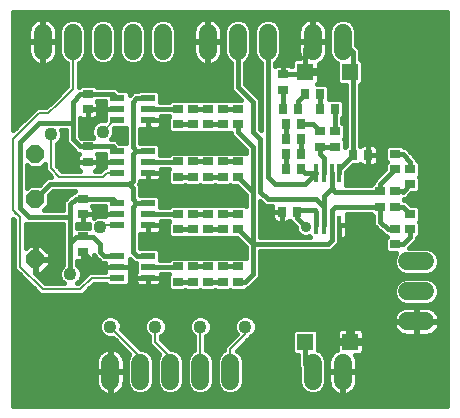
<source format=gbl>
G75*
%MOIN*%
%OFA0B0*%
%FSLAX25Y25*%
%IPPOS*%
%LPD*%
%AMOC8*
5,1,8,0,0,1.08239X$1,22.5*
%
%ADD10C,0.06000*%
%ADD11R,0.05512X0.05512*%
%ADD12OC8,0.06000*%
%ADD13R,0.01700X0.05900*%
%ADD14R,0.02756X0.03543*%
%ADD15R,0.03543X0.02756*%
%ADD16R,0.05000X0.02200*%
%ADD17C,0.01575*%
%ADD18C,0.04362*%
%ADD19C,0.03575*%
%ADD20C,0.00787*%
D10*
X0103871Y0075871D02*
X0103871Y0081871D01*
X0113871Y0081871D02*
X0113871Y0075871D01*
X0123871Y0075871D02*
X0123871Y0081871D01*
X0133871Y0081871D02*
X0133871Y0075871D01*
X0143871Y0075871D02*
X0143871Y0081871D01*
X0171371Y0081871D02*
X0171371Y0075871D01*
X0181371Y0075871D02*
X0181371Y0081871D01*
X0202898Y0095623D02*
X0208898Y0095623D01*
X0208898Y0105623D02*
X0202898Y0105623D01*
X0202898Y0115623D02*
X0208898Y0115623D01*
X0181371Y0185871D02*
X0181371Y0191871D01*
X0171371Y0191871D02*
X0171371Y0185871D01*
X0156371Y0185871D02*
X0156371Y0191871D01*
X0146371Y0191871D02*
X0146371Y0185871D01*
X0136371Y0185871D02*
X0136371Y0191871D01*
X0121371Y0191871D02*
X0121371Y0185871D01*
X0111371Y0185871D02*
X0111371Y0191871D01*
X0101371Y0191871D02*
X0101371Y0185871D01*
X0091371Y0185871D02*
X0091371Y0191871D01*
X0081371Y0191871D02*
X0081371Y0185871D01*
D11*
X0168890Y0178871D03*
X0183851Y0178871D03*
X0183851Y0088871D03*
X0168890Y0088871D03*
D12*
X0078871Y0116371D03*
X0078871Y0136371D03*
X0078871Y0151371D03*
D13*
X0172571Y0144971D03*
X0175071Y0144971D03*
X0177671Y0144971D03*
X0180171Y0144971D03*
X0180171Y0127771D03*
X0177671Y0127771D03*
X0175071Y0127771D03*
X0172571Y0127771D03*
D14*
X0166174Y0132138D03*
X0161056Y0132138D03*
X0162312Y0146371D03*
X0162312Y0151371D03*
X0162312Y0156371D03*
X0162312Y0161371D03*
X0161312Y0166371D03*
X0166430Y0166371D03*
X0168812Y0171371D03*
X0173930Y0171371D03*
X0173812Y0166371D03*
X0178930Y0166371D03*
X0167430Y0161371D03*
X0167430Y0156371D03*
X0167430Y0151371D03*
X0167430Y0146371D03*
X0184812Y0151121D03*
X0189930Y0151121D03*
D15*
X0198871Y0151430D03*
X0198871Y0146312D03*
X0203871Y0146430D03*
X0203871Y0141312D03*
X0198871Y0138930D03*
X0193871Y0138930D03*
X0193871Y0133812D03*
X0198871Y0133812D03*
X0203871Y0131430D03*
X0203871Y0126312D03*
X0198871Y0126430D03*
X0198871Y0121312D03*
X0178871Y0153812D03*
X0173871Y0153812D03*
X0173871Y0158930D03*
X0178871Y0158930D03*
X0161371Y0172812D03*
X0161371Y0177930D03*
X0146371Y0166430D03*
X0141371Y0166430D03*
X0136371Y0166430D03*
X0131371Y0166430D03*
X0126371Y0166430D03*
X0126371Y0161312D03*
X0131371Y0161312D03*
X0136371Y0161312D03*
X0141371Y0161312D03*
X0146371Y0161312D03*
X0146371Y0148930D03*
X0141371Y0148930D03*
X0136371Y0148930D03*
X0131371Y0148930D03*
X0126371Y0148930D03*
X0126371Y0143812D03*
X0131371Y0143812D03*
X0136371Y0143812D03*
X0141371Y0143812D03*
X0146371Y0143812D03*
X0146371Y0131430D03*
X0141371Y0131430D03*
X0136371Y0131430D03*
X0131371Y0131430D03*
X0126371Y0131430D03*
X0126371Y0126312D03*
X0131371Y0126312D03*
X0136371Y0126312D03*
X0141371Y0126312D03*
X0146371Y0126312D03*
X0146371Y0113930D03*
X0141371Y0113930D03*
X0136371Y0113930D03*
X0131371Y0113930D03*
X0126371Y0113930D03*
X0126371Y0108812D03*
X0131371Y0108812D03*
X0136371Y0108812D03*
X0141371Y0108812D03*
X0146371Y0108812D03*
X0096371Y0148812D03*
X0096371Y0153930D03*
X0096371Y0166312D03*
X0096371Y0171430D03*
X0094796Y0136430D03*
X0094796Y0131312D03*
X0094796Y0123930D03*
X0094796Y0118812D03*
D16*
X0106271Y0117571D03*
X0106271Y0113871D03*
X0106271Y0110171D03*
X0116471Y0110171D03*
X0116471Y0113871D03*
X0116471Y0117571D03*
X0116471Y0127671D03*
X0116471Y0131371D03*
X0116471Y0135071D03*
X0106271Y0135071D03*
X0106271Y0131371D03*
X0106271Y0127671D03*
X0106271Y0145171D03*
X0106271Y0148871D03*
X0106271Y0152571D03*
X0106271Y0162671D03*
X0106271Y0166371D03*
X0106271Y0170071D03*
X0116471Y0170071D03*
X0116471Y0166371D03*
X0116471Y0162671D03*
X0116471Y0152571D03*
X0116471Y0148871D03*
X0116471Y0145171D03*
D17*
X0071564Y0129673D02*
X0071564Y0067528D01*
X0216020Y0067528D01*
X0216020Y0198599D01*
X0071564Y0198599D01*
X0071564Y0159288D01*
X0078044Y0165769D01*
X0079197Y0166922D01*
X0082347Y0166922D01*
X0084343Y0168918D01*
X0089402Y0173977D01*
X0089402Y0181734D01*
X0088779Y0181992D01*
X0087492Y0183279D01*
X0086796Y0184961D01*
X0086796Y0192781D01*
X0087492Y0194462D01*
X0088779Y0195749D01*
X0090461Y0196445D01*
X0092281Y0196445D01*
X0093962Y0195749D01*
X0095249Y0194462D01*
X0095945Y0192781D01*
X0095945Y0184961D01*
X0095249Y0183279D01*
X0093962Y0181992D01*
X0093339Y0181734D01*
X0093339Y0173775D01*
X0093947Y0174382D01*
X0098795Y0174382D01*
X0099385Y0173792D01*
X0105890Y0173792D01*
X0106936Y0172745D01*
X0109423Y0172745D01*
X0110345Y0171823D01*
X0110345Y0171186D01*
X0110392Y0171233D01*
X0111592Y0172433D01*
X0113006Y0172433D01*
X0113318Y0172745D01*
X0119623Y0172745D01*
X0120545Y0171823D01*
X0120545Y0168792D01*
X0123356Y0168792D01*
X0123947Y0169382D01*
X0128795Y0169382D01*
X0128871Y0169306D01*
X0128947Y0169382D01*
X0133795Y0169382D01*
X0133871Y0169306D01*
X0133947Y0169382D01*
X0138795Y0169382D01*
X0138871Y0169306D01*
X0138947Y0169382D01*
X0143795Y0169382D01*
X0143871Y0169306D01*
X0143947Y0169382D01*
X0147518Y0169382D01*
X0144008Y0172892D01*
X0144008Y0181897D01*
X0143779Y0181992D01*
X0142492Y0183279D01*
X0141796Y0184961D01*
X0141796Y0192781D01*
X0142492Y0194462D01*
X0143779Y0195749D01*
X0145461Y0196445D01*
X0147281Y0196445D01*
X0148962Y0195749D01*
X0150249Y0194462D01*
X0150945Y0192781D01*
X0150945Y0184961D01*
X0150249Y0183279D01*
X0148962Y0181992D01*
X0148733Y0181897D01*
X0148733Y0174849D01*
X0152349Y0171233D01*
X0153733Y0169849D01*
X0153733Y0159849D01*
X0154008Y0159573D01*
X0154008Y0181897D01*
X0153779Y0181992D01*
X0152492Y0183279D01*
X0151796Y0184961D01*
X0151796Y0192781D01*
X0152492Y0194462D01*
X0153779Y0195749D01*
X0155461Y0196445D01*
X0157281Y0196445D01*
X0158962Y0195749D01*
X0160249Y0194462D01*
X0160945Y0192781D01*
X0160945Y0184961D01*
X0160249Y0183279D01*
X0158962Y0181992D01*
X0158733Y0181897D01*
X0158733Y0180871D01*
X0158909Y0180973D01*
X0159364Y0181095D01*
X0161371Y0181095D01*
X0161371Y0177930D01*
X0161371Y0177930D01*
X0161371Y0181095D01*
X0163378Y0181095D01*
X0163832Y0180973D01*
X0164240Y0180738D01*
X0164347Y0180631D01*
X0164347Y0181862D01*
X0164469Y0182316D01*
X0164704Y0182724D01*
X0165037Y0183057D01*
X0165444Y0183292D01*
X0165899Y0183414D01*
X0167249Y0183414D01*
X0166934Y0184033D01*
X0166701Y0184750D01*
X0166583Y0185494D01*
X0166583Y0188658D01*
X0171158Y0188658D01*
X0171158Y0189083D01*
X0166583Y0189083D01*
X0166583Y0192247D01*
X0166701Y0192992D01*
X0166934Y0193708D01*
X0167276Y0194380D01*
X0167719Y0194989D01*
X0168252Y0195522D01*
X0168861Y0195965D01*
X0169533Y0196307D01*
X0170250Y0196540D01*
X0170994Y0196658D01*
X0171158Y0196658D01*
X0171158Y0189083D01*
X0171583Y0189083D01*
X0171583Y0196658D01*
X0171747Y0196658D01*
X0172492Y0196540D01*
X0173208Y0196307D01*
X0173880Y0195965D01*
X0174489Y0195522D01*
X0175022Y0194989D01*
X0175465Y0194380D01*
X0175807Y0193708D01*
X0176040Y0192992D01*
X0176158Y0192247D01*
X0176158Y0189083D01*
X0171583Y0189083D01*
X0171583Y0188658D01*
X0176158Y0188658D01*
X0176158Y0185494D01*
X0176040Y0184750D01*
X0175807Y0184033D01*
X0175465Y0183361D01*
X0175022Y0182752D01*
X0174489Y0182219D01*
X0173880Y0181776D01*
X0173434Y0181549D01*
X0173434Y0179461D01*
X0169481Y0179461D01*
X0169481Y0178280D01*
X0173434Y0178280D01*
X0173434Y0175879D01*
X0173312Y0175425D01*
X0173076Y0175017D01*
X0172776Y0174717D01*
X0175960Y0174717D01*
X0176882Y0173795D01*
X0176882Y0169700D01*
X0176899Y0169717D01*
X0180960Y0169717D01*
X0181882Y0168795D01*
X0181882Y0163947D01*
X0181233Y0163297D01*
X0181233Y0161882D01*
X0181295Y0161882D01*
X0182217Y0160960D01*
X0182217Y0156899D01*
X0181688Y0156371D01*
X0182217Y0155842D01*
X0182217Y0153903D01*
X0182449Y0154135D01*
X0182449Y0174540D01*
X0180443Y0174540D01*
X0179520Y0175462D01*
X0179520Y0181685D01*
X0178779Y0181992D01*
X0177492Y0183279D01*
X0176796Y0184961D01*
X0176796Y0192781D01*
X0177492Y0194462D01*
X0178779Y0195749D01*
X0180461Y0196445D01*
X0182281Y0196445D01*
X0183962Y0195749D01*
X0185249Y0194462D01*
X0185945Y0192781D01*
X0185945Y0187636D01*
X0187174Y0186408D01*
X0187174Y0183201D01*
X0187259Y0183201D01*
X0188182Y0182279D01*
X0188182Y0175462D01*
X0187259Y0174540D01*
X0187174Y0174540D01*
X0187174Y0154135D01*
X0187220Y0154089D01*
X0187454Y0154323D01*
X0187862Y0154558D01*
X0188316Y0154680D01*
X0189930Y0154680D01*
X0189930Y0151121D01*
X0189930Y0151121D01*
X0193095Y0151121D01*
X0193095Y0153128D01*
X0192973Y0153582D01*
X0192738Y0153990D01*
X0192405Y0154323D01*
X0191998Y0154558D01*
X0191543Y0154680D01*
X0189930Y0154680D01*
X0189930Y0151121D01*
X0189930Y0151121D01*
X0193095Y0151121D01*
X0193095Y0149114D01*
X0192973Y0148659D01*
X0192738Y0148251D01*
X0192405Y0147919D01*
X0191998Y0147683D01*
X0191543Y0147562D01*
X0189930Y0147562D01*
X0189930Y0151120D01*
X0189930Y0151120D01*
X0189930Y0147562D01*
X0188316Y0147562D01*
X0187862Y0147683D01*
X0187454Y0147919D01*
X0187220Y0148153D01*
X0186842Y0147774D01*
X0184806Y0147774D01*
X0182595Y0145564D01*
X0182595Y0141368D01*
X0182460Y0141233D01*
X0190797Y0141233D01*
X0191447Y0141882D01*
X0191508Y0141882D01*
X0191508Y0142290D01*
X0195524Y0146306D01*
X0195524Y0148342D01*
X0196053Y0148871D01*
X0195524Y0149399D01*
X0195524Y0153460D01*
X0196447Y0154382D01*
X0201295Y0154382D01*
X0201944Y0153733D01*
X0202349Y0153733D01*
X0203733Y0152349D01*
X0206233Y0149849D01*
X0206233Y0149382D01*
X0206295Y0149382D01*
X0207217Y0148460D01*
X0207217Y0144399D01*
X0206688Y0143871D01*
X0207217Y0143342D01*
X0207217Y0139281D01*
X0206295Y0138359D01*
X0204259Y0138359D01*
X0202408Y0136508D01*
X0201826Y0136508D01*
X0201688Y0136371D01*
X0201826Y0136233D01*
X0202349Y0136233D01*
X0203733Y0134849D01*
X0204199Y0134382D01*
X0206295Y0134382D01*
X0207217Y0133460D01*
X0207217Y0129399D01*
X0206688Y0128871D01*
X0207217Y0128342D01*
X0207217Y0124281D01*
X0206295Y0123359D01*
X0206233Y0123359D01*
X0206233Y0122892D01*
X0204849Y0121508D01*
X0203538Y0120197D01*
X0209808Y0120197D01*
X0211490Y0119501D01*
X0212776Y0118214D01*
X0213473Y0116533D01*
X0213473Y0114713D01*
X0212776Y0113031D01*
X0211490Y0111744D01*
X0209808Y0111048D01*
X0201988Y0111048D01*
X0200307Y0111744D01*
X0199020Y0113031D01*
X0198323Y0114713D01*
X0198323Y0116533D01*
X0199020Y0118214D01*
X0199165Y0118359D01*
X0196447Y0118359D01*
X0195524Y0119281D01*
X0195524Y0123342D01*
X0196053Y0123871D01*
X0195915Y0124008D01*
X0195392Y0124008D01*
X0191508Y0127892D01*
X0191508Y0130859D01*
X0191447Y0130859D01*
X0190797Y0131508D01*
X0182630Y0131508D01*
X0182686Y0131411D01*
X0182808Y0130956D01*
X0182808Y0127771D01*
X0180171Y0127771D01*
X0180171Y0127771D01*
X0182808Y0127771D01*
X0182808Y0124585D01*
X0182686Y0124131D01*
X0182451Y0123723D01*
X0182118Y0123390D01*
X0181711Y0123155D01*
X0181256Y0123033D01*
X0180171Y0123033D01*
X0180171Y0127770D01*
X0180171Y0127770D01*
X0180171Y0123033D01*
X0180033Y0123033D01*
X0180033Y0121692D01*
X0178733Y0120392D01*
X0177349Y0119008D01*
X0153733Y0119008D01*
X0153733Y0110392D01*
X0149790Y0106449D01*
X0149385Y0106449D01*
X0148795Y0105859D01*
X0143947Y0105859D01*
X0143871Y0105935D01*
X0143795Y0105859D01*
X0138947Y0105859D01*
X0138871Y0105935D01*
X0138795Y0105859D01*
X0133947Y0105859D01*
X0133871Y0105935D01*
X0133795Y0105859D01*
X0128947Y0105859D01*
X0128871Y0105935D01*
X0128795Y0105859D01*
X0123947Y0105859D01*
X0123024Y0106781D01*
X0123024Y0110842D01*
X0123553Y0111371D01*
X0123415Y0111508D01*
X0120757Y0111508D01*
X0120758Y0111506D01*
X0120758Y0110171D01*
X0116471Y0110171D01*
X0116471Y0110171D01*
X0120758Y0110171D01*
X0120758Y0108835D01*
X0120636Y0108381D01*
X0120401Y0107973D01*
X0120068Y0107640D01*
X0119661Y0107405D01*
X0119206Y0107283D01*
X0116471Y0107283D01*
X0116471Y0110170D01*
X0116471Y0110170D01*
X0116471Y0107283D01*
X0113735Y0107283D01*
X0113281Y0107405D01*
X0112873Y0107640D01*
X0112540Y0107973D01*
X0112305Y0108381D01*
X0112183Y0108835D01*
X0112183Y0110171D01*
X0116470Y0110171D01*
X0116470Y0110171D01*
X0112183Y0110171D01*
X0112183Y0111506D01*
X0112305Y0111961D01*
X0112396Y0112118D01*
X0112396Y0112118D01*
X0112396Y0115208D01*
X0111692Y0115208D01*
X0110392Y0116508D01*
X0110345Y0116555D01*
X0110345Y0115818D01*
X0110345Y0115818D01*
X0110436Y0115661D01*
X0110558Y0115206D01*
X0110558Y0113871D01*
X0106271Y0113871D01*
X0106271Y0113871D01*
X0110558Y0113871D01*
X0110558Y0112535D01*
X0110436Y0112081D01*
X0110345Y0111923D01*
X0110345Y0111923D01*
X0110345Y0108418D01*
X0109423Y0107496D01*
X0103118Y0107496D01*
X0102412Y0108202D01*
X0098486Y0108202D01*
X0095839Y0105555D01*
X0094686Y0104402D01*
X0080555Y0104402D01*
X0073055Y0111902D01*
X0071902Y0113055D01*
X0071902Y0129335D01*
X0071564Y0129673D01*
X0071564Y0128636D02*
X0071902Y0128636D01*
X0071902Y0127063D02*
X0071564Y0127063D01*
X0071564Y0125489D02*
X0071902Y0125489D01*
X0071902Y0123916D02*
X0071564Y0123916D01*
X0071564Y0122343D02*
X0071902Y0122343D01*
X0071902Y0120769D02*
X0071564Y0120769D01*
X0071564Y0119196D02*
X0071902Y0119196D01*
X0071902Y0117623D02*
X0071564Y0117623D01*
X0071564Y0116050D02*
X0071902Y0116050D01*
X0071902Y0114476D02*
X0071564Y0114476D01*
X0071564Y0112903D02*
X0072054Y0112903D01*
X0071564Y0111330D02*
X0073628Y0111330D01*
X0075201Y0109756D02*
X0071564Y0109756D01*
X0071564Y0108183D02*
X0076774Y0108183D01*
X0078348Y0106610D02*
X0071564Y0106610D01*
X0071564Y0105036D02*
X0079921Y0105036D01*
X0082186Y0108339D02*
X0078658Y0111867D01*
X0078658Y0116158D01*
X0079083Y0116158D01*
X0079083Y0111583D01*
X0080854Y0111583D01*
X0083658Y0114388D01*
X0083658Y0116158D01*
X0079083Y0116158D01*
X0079083Y0116583D01*
X0078658Y0116583D01*
X0078658Y0121158D01*
X0076888Y0121158D01*
X0075839Y0120109D01*
X0075839Y0127991D01*
X0075884Y0127945D01*
X0088221Y0127945D01*
X0088221Y0114320D01*
X0087399Y0113498D01*
X0086827Y0112118D01*
X0086827Y0110623D01*
X0087399Y0109243D01*
X0088303Y0108339D01*
X0082186Y0108339D01*
X0080769Y0109756D02*
X0087187Y0109756D01*
X0086827Y0111330D02*
X0079195Y0111330D01*
X0079083Y0112903D02*
X0078658Y0112903D01*
X0078658Y0114476D02*
X0079083Y0114476D01*
X0079083Y0116050D02*
X0078658Y0116050D01*
X0079083Y0116583D02*
X0083658Y0116583D01*
X0083658Y0118354D01*
X0080854Y0121158D01*
X0079083Y0121158D01*
X0079083Y0116583D01*
X0079083Y0117623D02*
X0078658Y0117623D01*
X0078658Y0119196D02*
X0079083Y0119196D01*
X0079083Y0120769D02*
X0078658Y0120769D01*
X0076499Y0120769D02*
X0075839Y0120769D01*
X0075839Y0122343D02*
X0088221Y0122343D01*
X0088221Y0123916D02*
X0075839Y0123916D01*
X0075839Y0125489D02*
X0088221Y0125489D01*
X0088221Y0127063D02*
X0075839Y0127063D01*
X0076863Y0130308D02*
X0090583Y0130308D01*
X0090583Y0120859D01*
X0090583Y0121843D01*
X0092611Y0123871D01*
X0094737Y0123871D01*
X0098083Y0123871D01*
X0100583Y0121371D01*
X0100583Y0118871D01*
X0101883Y0117571D01*
X0106271Y0117571D01*
X0110345Y0116050D02*
X0110851Y0116050D01*
X0110558Y0114476D02*
X0112396Y0114476D01*
X0112396Y0112903D02*
X0110558Y0112903D01*
X0110345Y0111330D02*
X0112183Y0111330D01*
X0112183Y0109756D02*
X0110345Y0109756D01*
X0110110Y0108183D02*
X0112419Y0108183D01*
X0116471Y0108183D02*
X0116471Y0108183D01*
X0116471Y0109756D02*
X0116471Y0109756D01*
X0116471Y0113871D02*
X0126312Y0113871D01*
X0126371Y0113930D01*
X0128871Y0116806D02*
X0128795Y0116882D01*
X0123947Y0116882D01*
X0123297Y0116233D01*
X0120545Y0116233D01*
X0120545Y0119323D01*
X0119623Y0120245D01*
X0113733Y0120245D01*
X0113733Y0124784D01*
X0113735Y0124783D01*
X0116471Y0124783D01*
X0119206Y0124783D01*
X0119661Y0124905D01*
X0120068Y0125140D01*
X0120401Y0125473D01*
X0120636Y0125881D01*
X0120758Y0126335D01*
X0120758Y0127671D01*
X0120758Y0129006D01*
X0120757Y0129008D01*
X0123415Y0129008D01*
X0123553Y0128871D01*
X0123024Y0128342D01*
X0123024Y0124281D01*
X0123947Y0123359D01*
X0128795Y0123359D01*
X0128871Y0123435D01*
X0128947Y0123359D01*
X0133795Y0123359D01*
X0133871Y0123435D01*
X0133947Y0123359D01*
X0138795Y0123359D01*
X0138871Y0123435D01*
X0138947Y0123359D01*
X0143795Y0123359D01*
X0143871Y0123435D01*
X0143947Y0123359D01*
X0146042Y0123359D01*
X0149008Y0120392D01*
X0149008Y0116669D01*
X0148795Y0116882D01*
X0143947Y0116882D01*
X0143871Y0116806D01*
X0143795Y0116882D01*
X0138947Y0116882D01*
X0138871Y0116806D01*
X0138795Y0116882D01*
X0133947Y0116882D01*
X0133871Y0116806D01*
X0133795Y0116882D01*
X0128947Y0116882D01*
X0128871Y0116806D01*
X0131371Y0113930D02*
X0136371Y0113930D01*
X0141371Y0113930D02*
X0146371Y0113930D01*
X0149008Y0117623D02*
X0120545Y0117623D01*
X0120545Y0119196D02*
X0149008Y0119196D01*
X0148631Y0120769D02*
X0113733Y0120769D01*
X0113733Y0122343D02*
X0147058Y0122343D01*
X0146430Y0126312D02*
X0151371Y0121371D01*
X0176371Y0121371D01*
X0177671Y0122671D01*
X0177671Y0127771D01*
X0177671Y0132671D01*
X0178871Y0133871D01*
X0193812Y0133871D01*
X0193871Y0133812D01*
X0193871Y0128871D01*
X0196371Y0126371D01*
X0198812Y0126371D01*
X0198871Y0126430D01*
X0196007Y0123916D02*
X0182562Y0123916D01*
X0182808Y0125489D02*
X0193911Y0125489D01*
X0192338Y0127063D02*
X0182808Y0127063D01*
X0182808Y0128636D02*
X0191508Y0128636D01*
X0191508Y0130209D02*
X0182808Y0130209D01*
X0180171Y0127771D02*
X0180171Y0121488D01*
X0180800Y0120859D01*
X0183851Y0117808D01*
X0183851Y0116922D01*
X0183851Y0088871D01*
X0184442Y0089303D02*
X0216020Y0089303D01*
X0216020Y0087730D02*
X0188394Y0087730D01*
X0188394Y0088280D02*
X0184442Y0088280D01*
X0184442Y0089461D01*
X0188394Y0089461D01*
X0188394Y0091862D01*
X0188272Y0092316D01*
X0188037Y0092724D01*
X0187704Y0093057D01*
X0187297Y0093292D01*
X0186842Y0093414D01*
X0184441Y0093414D01*
X0184441Y0089461D01*
X0183260Y0089461D01*
X0183260Y0088280D01*
X0179308Y0088280D01*
X0179308Y0086192D01*
X0178861Y0085965D01*
X0178252Y0085522D01*
X0177719Y0084989D01*
X0177276Y0084380D01*
X0176934Y0083708D01*
X0176701Y0082992D01*
X0176583Y0082247D01*
X0176583Y0079083D01*
X0181158Y0079083D01*
X0181158Y0078658D01*
X0181583Y0078658D01*
X0181583Y0071083D01*
X0181747Y0071083D01*
X0182492Y0071201D01*
X0183208Y0071434D01*
X0183880Y0071776D01*
X0184489Y0072219D01*
X0185022Y0072752D01*
X0185465Y0073361D01*
X0185807Y0074033D01*
X0186040Y0074750D01*
X0186158Y0075494D01*
X0186158Y0078658D01*
X0181583Y0078658D01*
X0181583Y0079083D01*
X0186158Y0079083D01*
X0186158Y0082247D01*
X0186040Y0082992D01*
X0185807Y0083708D01*
X0185492Y0084327D01*
X0186842Y0084327D01*
X0187297Y0084449D01*
X0187704Y0084684D01*
X0188037Y0085017D01*
X0188272Y0085425D01*
X0188394Y0085879D01*
X0188394Y0088280D01*
X0188394Y0086157D02*
X0216020Y0086157D01*
X0216020Y0084583D02*
X0187529Y0084583D01*
X0186034Y0083010D02*
X0216020Y0083010D01*
X0216020Y0081437D02*
X0186158Y0081437D01*
X0186158Y0079863D02*
X0216020Y0079863D01*
X0216020Y0078290D02*
X0186158Y0078290D01*
X0186158Y0076717D02*
X0216020Y0076717D01*
X0216020Y0075143D02*
X0186102Y0075143D01*
X0185571Y0073570D02*
X0216020Y0073570D01*
X0216020Y0071997D02*
X0184183Y0071997D01*
X0181583Y0071997D02*
X0181158Y0071997D01*
X0181158Y0071083D02*
X0181158Y0078658D01*
X0176583Y0078658D01*
X0176583Y0075494D01*
X0176701Y0074750D01*
X0176934Y0074033D01*
X0177276Y0073361D01*
X0177719Y0072752D01*
X0178252Y0072219D01*
X0178861Y0071776D01*
X0179533Y0071434D01*
X0180250Y0071201D01*
X0180994Y0071083D01*
X0181158Y0071083D01*
X0181158Y0073570D02*
X0181583Y0073570D01*
X0181583Y0075143D02*
X0181158Y0075143D01*
X0181158Y0076717D02*
X0181583Y0076717D01*
X0181583Y0078290D02*
X0181158Y0078290D01*
X0176583Y0078290D02*
X0175945Y0078290D01*
X0175945Y0079863D02*
X0176583Y0079863D01*
X0176583Y0081437D02*
X0175945Y0081437D01*
X0175945Y0082781D02*
X0175249Y0084462D01*
X0173962Y0085749D01*
X0173221Y0086056D01*
X0173221Y0092279D01*
X0172298Y0093201D01*
X0165482Y0093201D01*
X0164560Y0092279D01*
X0164560Y0085462D01*
X0165482Y0084540D01*
X0166528Y0084540D01*
X0166528Y0080372D01*
X0166796Y0080105D01*
X0166796Y0074961D01*
X0167492Y0073279D01*
X0168779Y0071992D01*
X0170461Y0071296D01*
X0172281Y0071296D01*
X0173962Y0071992D01*
X0175249Y0073279D01*
X0175945Y0074961D01*
X0175945Y0082781D01*
X0175850Y0083010D02*
X0176707Y0083010D01*
X0177424Y0084583D02*
X0175128Y0084583D01*
X0173221Y0086157D02*
X0179237Y0086157D01*
X0179308Y0087730D02*
X0173221Y0087730D01*
X0173221Y0089303D02*
X0183260Y0089303D01*
X0183260Y0089461D02*
X0179308Y0089461D01*
X0179308Y0091862D01*
X0179429Y0092316D01*
X0179665Y0092724D01*
X0179998Y0093057D01*
X0180405Y0093292D01*
X0180860Y0093414D01*
X0183260Y0093414D01*
X0183260Y0089461D01*
X0183260Y0090877D02*
X0184441Y0090877D01*
X0184441Y0092450D02*
X0183260Y0092450D01*
X0179506Y0092450D02*
X0173050Y0092450D01*
X0173221Y0090877D02*
X0179308Y0090877D01*
X0188195Y0092450D02*
X0199301Y0092450D01*
X0199247Y0092504D02*
X0199779Y0091971D01*
X0200389Y0091528D01*
X0201060Y0091186D01*
X0201777Y0090953D01*
X0202521Y0090835D01*
X0205686Y0090835D01*
X0205686Y0095410D01*
X0206111Y0095410D01*
X0206111Y0095835D01*
X0213686Y0095835D01*
X0213686Y0095999D01*
X0213568Y0096744D01*
X0213335Y0097460D01*
X0212993Y0098132D01*
X0212550Y0098741D01*
X0212017Y0099274D01*
X0211407Y0099717D01*
X0210736Y0100059D01*
X0210019Y0100292D01*
X0209275Y0100410D01*
X0206111Y0100410D01*
X0206111Y0095835D01*
X0205686Y0095835D01*
X0205686Y0100410D01*
X0202521Y0100410D01*
X0201777Y0100292D01*
X0201060Y0100059D01*
X0200389Y0099717D01*
X0199779Y0099274D01*
X0199247Y0098741D01*
X0198804Y0098132D01*
X0198462Y0097460D01*
X0198229Y0096744D01*
X0198111Y0095999D01*
X0198111Y0095835D01*
X0205685Y0095835D01*
X0205685Y0095410D01*
X0198111Y0095410D01*
X0198111Y0095246D01*
X0198229Y0094502D01*
X0198462Y0093785D01*
X0198804Y0093113D01*
X0199247Y0092504D01*
X0198384Y0094023D02*
X0152627Y0094023D01*
X0152627Y0094618D02*
X0152055Y0095998D01*
X0150998Y0097055D01*
X0149618Y0097627D01*
X0148123Y0097627D01*
X0146743Y0097055D01*
X0145687Y0095998D01*
X0145115Y0094618D01*
X0145115Y0093123D01*
X0145687Y0091743D01*
X0146073Y0091357D01*
X0143055Y0088339D01*
X0141902Y0087186D01*
X0141902Y0086007D01*
X0141279Y0085749D01*
X0139992Y0084462D01*
X0139296Y0082781D01*
X0139296Y0074961D01*
X0139992Y0073279D01*
X0141279Y0071992D01*
X0142961Y0071296D01*
X0144781Y0071296D01*
X0146462Y0071992D01*
X0147749Y0073279D01*
X0148445Y0074961D01*
X0148445Y0082781D01*
X0147749Y0084462D01*
X0146462Y0085749D01*
X0146159Y0085875D01*
X0150839Y0090555D01*
X0150839Y0090621D01*
X0150998Y0090687D01*
X0152055Y0091743D01*
X0152627Y0093123D01*
X0152627Y0094618D01*
X0152221Y0095596D02*
X0205685Y0095596D01*
X0206111Y0095596D02*
X0216020Y0095596D01*
X0216020Y0094023D02*
X0213412Y0094023D01*
X0213335Y0093785D02*
X0213568Y0094502D01*
X0213686Y0095246D01*
X0213686Y0095410D01*
X0206111Y0095410D01*
X0206111Y0090835D01*
X0209275Y0090835D01*
X0210019Y0090953D01*
X0210736Y0091186D01*
X0211407Y0091528D01*
X0212017Y0091971D01*
X0212550Y0092504D01*
X0212993Y0093113D01*
X0213335Y0093785D01*
X0212496Y0092450D02*
X0216020Y0092450D01*
X0216020Y0090877D02*
X0209536Y0090877D01*
X0206111Y0090877D02*
X0205686Y0090877D01*
X0205686Y0092450D02*
X0206111Y0092450D01*
X0206111Y0094023D02*
X0205686Y0094023D01*
X0205686Y0097170D02*
X0206111Y0097170D01*
X0206111Y0098743D02*
X0205686Y0098743D01*
X0205686Y0100316D02*
X0206111Y0100316D01*
X0209866Y0100316D02*
X0216020Y0100316D01*
X0216020Y0098743D02*
X0212548Y0098743D01*
X0213429Y0097170D02*
X0216020Y0097170D01*
X0216020Y0101890D02*
X0211635Y0101890D01*
X0211490Y0101744D02*
X0212776Y0103031D01*
X0213473Y0104713D01*
X0213473Y0106533D01*
X0212776Y0108214D01*
X0211490Y0109501D01*
X0209808Y0110197D01*
X0201988Y0110197D01*
X0200307Y0109501D01*
X0199020Y0108214D01*
X0198323Y0106533D01*
X0198323Y0104713D01*
X0199020Y0103031D01*
X0200307Y0101744D01*
X0201988Y0101048D01*
X0209808Y0101048D01*
X0211490Y0101744D01*
X0212955Y0103463D02*
X0216020Y0103463D01*
X0216020Y0105036D02*
X0213473Y0105036D01*
X0213441Y0106610D02*
X0216020Y0106610D01*
X0216020Y0108183D02*
X0212789Y0108183D01*
X0210873Y0109756D02*
X0216020Y0109756D01*
X0216020Y0111330D02*
X0210489Y0111330D01*
X0212648Y0112903D02*
X0216020Y0112903D01*
X0216020Y0114476D02*
X0213375Y0114476D01*
X0213473Y0116050D02*
X0216020Y0116050D01*
X0216020Y0117623D02*
X0213021Y0117623D01*
X0211794Y0119196D02*
X0216020Y0119196D01*
X0216020Y0120769D02*
X0204110Y0120769D01*
X0205683Y0122343D02*
X0216020Y0122343D01*
X0216020Y0123916D02*
X0206852Y0123916D01*
X0207217Y0125489D02*
X0216020Y0125489D01*
X0216020Y0127063D02*
X0207217Y0127063D01*
X0206923Y0128636D02*
X0216020Y0128636D01*
X0216020Y0130209D02*
X0207217Y0130209D01*
X0207217Y0131783D02*
X0216020Y0131783D01*
X0216020Y0133356D02*
X0207217Y0133356D01*
X0203871Y0131430D02*
X0203812Y0131430D01*
X0201371Y0133871D01*
X0198930Y0133871D01*
X0198871Y0133812D01*
X0201820Y0136503D02*
X0216020Y0136503D01*
X0216020Y0138076D02*
X0203976Y0138076D01*
X0201430Y0138871D02*
X0203871Y0141312D01*
X0207217Y0141223D02*
X0216020Y0141223D01*
X0216020Y0142796D02*
X0207217Y0142796D01*
X0207187Y0144369D02*
X0216020Y0144369D01*
X0216020Y0145943D02*
X0207217Y0145943D01*
X0207217Y0147516D02*
X0216020Y0147516D01*
X0216020Y0149089D02*
X0206588Y0149089D01*
X0205419Y0150662D02*
X0216020Y0150662D01*
X0216020Y0152236D02*
X0203846Y0152236D01*
X0201868Y0153809D02*
X0216020Y0153809D01*
X0216020Y0155382D02*
X0187174Y0155382D01*
X0187174Y0156956D02*
X0216020Y0156956D01*
X0216020Y0158529D02*
X0187174Y0158529D01*
X0187174Y0160102D02*
X0216020Y0160102D01*
X0216020Y0161676D02*
X0187174Y0161676D01*
X0187174Y0163249D02*
X0216020Y0163249D01*
X0216020Y0164822D02*
X0187174Y0164822D01*
X0187174Y0166396D02*
X0216020Y0166396D01*
X0216020Y0167969D02*
X0187174Y0167969D01*
X0187174Y0169542D02*
X0216020Y0169542D01*
X0216020Y0171116D02*
X0187174Y0171116D01*
X0187174Y0172689D02*
X0216020Y0172689D01*
X0216020Y0174262D02*
X0187174Y0174262D01*
X0188182Y0175835D02*
X0216020Y0175835D01*
X0216020Y0177409D02*
X0188182Y0177409D01*
X0188182Y0178982D02*
X0216020Y0178982D01*
X0216020Y0180555D02*
X0188182Y0180555D01*
X0188182Y0182129D02*
X0216020Y0182129D01*
X0216020Y0183702D02*
X0187174Y0183702D01*
X0187174Y0185275D02*
X0216020Y0185275D01*
X0216020Y0186849D02*
X0186733Y0186849D01*
X0185945Y0188422D02*
X0216020Y0188422D01*
X0216020Y0189995D02*
X0185945Y0189995D01*
X0185945Y0191569D02*
X0216020Y0191569D01*
X0216020Y0193142D02*
X0185796Y0193142D01*
X0184996Y0194715D02*
X0216020Y0194715D01*
X0216020Y0196289D02*
X0182659Y0196289D01*
X0180082Y0196289D02*
X0173245Y0196289D01*
X0171583Y0196289D02*
X0171158Y0196289D01*
X0171158Y0194715D02*
X0171583Y0194715D01*
X0171583Y0193142D02*
X0171158Y0193142D01*
X0171158Y0191569D02*
X0171583Y0191569D01*
X0171583Y0189995D02*
X0171158Y0189995D01*
X0171371Y0188871D02*
X0168890Y0186390D01*
X0168890Y0178871D01*
X0167949Y0177930D01*
X0161371Y0177930D01*
X0161371Y0178982D02*
X0161371Y0178982D01*
X0161371Y0180555D02*
X0161371Y0180555D01*
X0159098Y0182129D02*
X0164419Y0182129D01*
X0167103Y0183702D02*
X0160424Y0183702D01*
X0160945Y0185275D02*
X0166618Y0185275D01*
X0166583Y0186849D02*
X0160945Y0186849D01*
X0160945Y0188422D02*
X0166583Y0188422D01*
X0166583Y0189995D02*
X0160945Y0189995D01*
X0160945Y0191569D02*
X0166583Y0191569D01*
X0166750Y0193142D02*
X0160796Y0193142D01*
X0159996Y0194715D02*
X0167520Y0194715D01*
X0169496Y0196289D02*
X0157659Y0196289D01*
X0155082Y0196289D02*
X0147659Y0196289D01*
X0145082Y0196289D02*
X0138245Y0196289D01*
X0138208Y0196307D02*
X0137492Y0196540D01*
X0136747Y0196658D01*
X0136583Y0196658D01*
X0136583Y0189083D01*
X0141158Y0189083D01*
X0141158Y0192247D01*
X0141040Y0192992D01*
X0140807Y0193708D01*
X0140465Y0194380D01*
X0140022Y0194989D01*
X0139489Y0195522D01*
X0138880Y0195965D01*
X0138208Y0196307D01*
X0136583Y0196289D02*
X0136158Y0196289D01*
X0136158Y0196658D02*
X0135994Y0196658D01*
X0135250Y0196540D01*
X0134533Y0196307D01*
X0133861Y0195965D01*
X0133252Y0195522D01*
X0132719Y0194989D01*
X0132276Y0194380D01*
X0131934Y0193708D01*
X0131701Y0192992D01*
X0131583Y0192247D01*
X0131583Y0189083D01*
X0136158Y0189083D01*
X0136158Y0188658D01*
X0136583Y0188658D01*
X0136583Y0181083D01*
X0136747Y0181083D01*
X0137492Y0181201D01*
X0138208Y0181434D01*
X0138880Y0181776D01*
X0139489Y0182219D01*
X0140022Y0182752D01*
X0140465Y0183361D01*
X0140807Y0184033D01*
X0141040Y0184750D01*
X0141158Y0185494D01*
X0141158Y0188658D01*
X0136583Y0188658D01*
X0136583Y0189083D01*
X0136158Y0189083D01*
X0136158Y0196658D01*
X0134496Y0196289D02*
X0122659Y0196289D01*
X0122281Y0196445D02*
X0120461Y0196445D01*
X0118779Y0195749D01*
X0117492Y0194462D01*
X0116796Y0192781D01*
X0116796Y0184961D01*
X0117492Y0183279D01*
X0118779Y0181992D01*
X0120461Y0181296D01*
X0122281Y0181296D01*
X0123962Y0181992D01*
X0125249Y0183279D01*
X0125945Y0184961D01*
X0125945Y0192781D01*
X0125249Y0194462D01*
X0123962Y0195749D01*
X0122281Y0196445D01*
X0120082Y0196289D02*
X0112659Y0196289D01*
X0112281Y0196445D02*
X0110461Y0196445D01*
X0108779Y0195749D01*
X0107492Y0194462D01*
X0106796Y0192781D01*
X0106796Y0184961D01*
X0107492Y0183279D01*
X0108779Y0181992D01*
X0110461Y0181296D01*
X0112281Y0181296D01*
X0113962Y0181992D01*
X0115249Y0183279D01*
X0115945Y0184961D01*
X0115945Y0192781D01*
X0115249Y0194462D01*
X0113962Y0195749D01*
X0112281Y0196445D01*
X0110082Y0196289D02*
X0102659Y0196289D01*
X0102281Y0196445D02*
X0100461Y0196445D01*
X0098779Y0195749D01*
X0097492Y0194462D01*
X0096796Y0192781D01*
X0096796Y0184961D01*
X0097492Y0183279D01*
X0098779Y0181992D01*
X0100461Y0181296D01*
X0102281Y0181296D01*
X0103962Y0181992D01*
X0105249Y0183279D01*
X0105945Y0184961D01*
X0105945Y0192781D01*
X0105249Y0194462D01*
X0103962Y0195749D01*
X0102281Y0196445D01*
X0100082Y0196289D02*
X0092659Y0196289D01*
X0090082Y0196289D02*
X0083245Y0196289D01*
X0083208Y0196307D02*
X0082492Y0196540D01*
X0081747Y0196658D01*
X0081583Y0196658D01*
X0081583Y0189083D01*
X0086158Y0189083D01*
X0086158Y0192247D01*
X0086040Y0192992D01*
X0085807Y0193708D01*
X0085465Y0194380D01*
X0085022Y0194989D01*
X0084489Y0195522D01*
X0083880Y0195965D01*
X0083208Y0196307D01*
X0081583Y0196289D02*
X0081158Y0196289D01*
X0081158Y0196658D02*
X0080994Y0196658D01*
X0080250Y0196540D01*
X0079533Y0196307D01*
X0078861Y0195965D01*
X0078252Y0195522D01*
X0077719Y0194989D01*
X0077276Y0194380D01*
X0076934Y0193708D01*
X0076701Y0192992D01*
X0076583Y0192247D01*
X0076583Y0189083D01*
X0081158Y0189083D01*
X0081158Y0188658D01*
X0081583Y0188658D01*
X0081583Y0181083D01*
X0081747Y0181083D01*
X0082492Y0181201D01*
X0083208Y0181434D01*
X0083880Y0181776D01*
X0084489Y0182219D01*
X0085022Y0182752D01*
X0085465Y0183361D01*
X0085807Y0184033D01*
X0086040Y0184750D01*
X0086158Y0185494D01*
X0086158Y0188658D01*
X0081583Y0188658D01*
X0081583Y0189083D01*
X0081158Y0189083D01*
X0081158Y0196658D01*
X0079496Y0196289D02*
X0071564Y0196289D01*
X0071564Y0197862D02*
X0216020Y0197862D01*
X0184812Y0185430D02*
X0184812Y0177910D01*
X0183851Y0178871D01*
X0184812Y0177910D02*
X0184812Y0151121D01*
X0180171Y0146480D01*
X0180171Y0144971D01*
X0182595Y0144369D02*
X0193588Y0144369D01*
X0195161Y0145943D02*
X0182974Y0145943D01*
X0184547Y0147516D02*
X0195524Y0147516D01*
X0195834Y0149089D02*
X0193088Y0149089D01*
X0193095Y0150662D02*
X0195524Y0150662D01*
X0195524Y0152236D02*
X0193095Y0152236D01*
X0192842Y0153809D02*
X0195873Y0153809D01*
X0198871Y0151430D02*
X0198930Y0151371D01*
X0201371Y0151371D01*
X0203871Y0148871D01*
X0203871Y0146430D01*
X0198871Y0146312D02*
X0193871Y0141312D01*
X0193871Y0138930D01*
X0193812Y0138871D01*
X0178871Y0138871D01*
X0177671Y0140071D01*
X0175071Y0137471D01*
X0175071Y0133871D01*
X0172571Y0136371D01*
X0163871Y0136371D01*
X0161371Y0136371D01*
X0156371Y0136371D01*
X0153871Y0138871D01*
X0153871Y0156371D01*
X0151371Y0158871D01*
X0151371Y0168871D01*
X0146371Y0173871D01*
X0146371Y0188871D01*
X0150945Y0188422D02*
X0151796Y0188422D01*
X0151796Y0186849D02*
X0150945Y0186849D01*
X0150945Y0185275D02*
X0151796Y0185275D01*
X0152317Y0183702D02*
X0150424Y0183702D01*
X0149098Y0182129D02*
X0153643Y0182129D01*
X0154008Y0180555D02*
X0148733Y0180555D01*
X0148733Y0178982D02*
X0154008Y0178982D01*
X0154008Y0177409D02*
X0148733Y0177409D01*
X0148733Y0175835D02*
X0154008Y0175835D01*
X0154008Y0174262D02*
X0149320Y0174262D01*
X0150893Y0172689D02*
X0154008Y0172689D01*
X0154008Y0171116D02*
X0152466Y0171116D01*
X0153733Y0169542D02*
X0154008Y0169542D01*
X0154008Y0167969D02*
X0153733Y0167969D01*
X0153733Y0166396D02*
X0154008Y0166396D01*
X0154008Y0164822D02*
X0153733Y0164822D01*
X0153733Y0163249D02*
X0154008Y0163249D01*
X0154008Y0161676D02*
X0153733Y0161676D01*
X0153733Y0160102D02*
X0154008Y0160102D01*
X0151371Y0153812D02*
X0146371Y0158812D01*
X0146371Y0161312D01*
X0144008Y0158359D02*
X0144008Y0157833D01*
X0149008Y0152833D01*
X0149008Y0151669D01*
X0148795Y0151882D01*
X0143947Y0151882D01*
X0143871Y0151806D01*
X0143795Y0151882D01*
X0138947Y0151882D01*
X0138871Y0151806D01*
X0138795Y0151882D01*
X0133947Y0151882D01*
X0133871Y0151806D01*
X0133795Y0151882D01*
X0128947Y0151882D01*
X0128871Y0151806D01*
X0128795Y0151882D01*
X0123947Y0151882D01*
X0123297Y0151233D01*
X0120545Y0151233D01*
X0120545Y0154323D01*
X0119623Y0155245D01*
X0113733Y0155245D01*
X0113733Y0159784D01*
X0113735Y0159783D01*
X0116471Y0159783D01*
X0119206Y0159783D01*
X0119661Y0159905D01*
X0120068Y0160140D01*
X0120401Y0160473D01*
X0120636Y0160881D01*
X0120758Y0161335D01*
X0120758Y0162671D01*
X0120758Y0164006D01*
X0120741Y0164067D01*
X0123356Y0164067D01*
X0123553Y0163871D01*
X0123024Y0163342D01*
X0123024Y0159281D01*
X0123947Y0158359D01*
X0128795Y0158359D01*
X0128871Y0158435D01*
X0128947Y0158359D01*
X0133795Y0158359D01*
X0133871Y0158435D01*
X0133947Y0158359D01*
X0138795Y0158359D01*
X0138871Y0158435D01*
X0138947Y0158359D01*
X0143795Y0158359D01*
X0143871Y0158435D01*
X0143947Y0158359D01*
X0144008Y0158359D01*
X0144886Y0156956D02*
X0113733Y0156956D01*
X0113733Y0158529D02*
X0123776Y0158529D01*
X0123024Y0160102D02*
X0120002Y0160102D01*
X0120758Y0161676D02*
X0123024Y0161676D01*
X0123024Y0163249D02*
X0120758Y0163249D01*
X0120758Y0162671D02*
X0116471Y0162671D01*
X0116471Y0162671D01*
X0120758Y0162671D01*
X0116471Y0162670D02*
X0116471Y0159783D01*
X0116471Y0162670D01*
X0116471Y0162670D01*
X0116471Y0162671D02*
X0116471Y0160778D01*
X0119382Y0157867D01*
X0116471Y0160102D02*
X0116471Y0160102D01*
X0116471Y0161676D02*
X0116471Y0161676D01*
X0116471Y0166371D02*
X0116530Y0166430D01*
X0126371Y0166430D01*
X0131371Y0166430D02*
X0136371Y0166430D01*
X0141371Y0166430D02*
X0146371Y0166430D01*
X0147358Y0169542D02*
X0120545Y0169542D01*
X0120545Y0171116D02*
X0145785Y0171116D01*
X0144212Y0172689D02*
X0119679Y0172689D01*
X0116471Y0170071D02*
X0112571Y0170071D01*
X0111371Y0168871D01*
X0111371Y0161371D01*
X0111371Y0153771D01*
X0112571Y0152571D01*
X0111371Y0151371D01*
X0111371Y0142571D01*
X0110171Y0141371D01*
X0111371Y0140171D01*
X0111371Y0136371D01*
X0112571Y0135171D01*
X0112571Y0135071D01*
X0111371Y0133871D01*
X0111371Y0118871D01*
X0112671Y0117571D01*
X0116471Y0117571D01*
X0113733Y0123916D02*
X0123389Y0123916D01*
X0123024Y0125489D02*
X0120410Y0125489D01*
X0120758Y0127063D02*
X0123024Y0127063D01*
X0123318Y0128636D02*
X0120758Y0128636D01*
X0120758Y0127671D02*
X0116471Y0127671D01*
X0116471Y0127671D01*
X0120758Y0127671D01*
X0116471Y0127670D02*
X0116471Y0124783D01*
X0116471Y0127670D01*
X0116471Y0127670D01*
X0116471Y0127063D02*
X0116471Y0127063D01*
X0116471Y0125489D02*
X0116471Y0125489D01*
X0116471Y0131371D02*
X0126312Y0131371D01*
X0126371Y0131430D01*
X0128871Y0134306D02*
X0128795Y0134382D01*
X0123947Y0134382D01*
X0123297Y0133733D01*
X0120545Y0133733D01*
X0120545Y0136823D01*
X0119623Y0137745D01*
X0113733Y0137745D01*
X0113733Y0141149D01*
X0113511Y0141371D01*
X0113733Y0141592D01*
X0113733Y0142284D01*
X0113735Y0142283D01*
X0116471Y0142283D01*
X0119206Y0142283D01*
X0119661Y0142405D01*
X0120068Y0142640D01*
X0120401Y0142973D01*
X0120636Y0143381D01*
X0120758Y0143835D01*
X0120758Y0145171D01*
X0120758Y0146506D01*
X0120757Y0146508D01*
X0123415Y0146508D01*
X0123553Y0146371D01*
X0123024Y0145842D01*
X0123024Y0141781D01*
X0123947Y0140859D01*
X0128795Y0140859D01*
X0128871Y0140935D01*
X0128947Y0140859D01*
X0133795Y0140859D01*
X0133871Y0140935D01*
X0133947Y0140859D01*
X0138795Y0140859D01*
X0138871Y0140935D01*
X0138947Y0140859D01*
X0143795Y0140859D01*
X0143871Y0140935D01*
X0143947Y0140859D01*
X0146042Y0140859D01*
X0149008Y0137892D01*
X0149008Y0134169D01*
X0148795Y0134382D01*
X0143947Y0134382D01*
X0143871Y0134306D01*
X0143795Y0134382D01*
X0138947Y0134382D01*
X0138871Y0134306D01*
X0138795Y0134382D01*
X0133947Y0134382D01*
X0133871Y0134306D01*
X0133795Y0134382D01*
X0128947Y0134382D01*
X0128871Y0134306D01*
X0131371Y0131430D02*
X0136371Y0131430D01*
X0141371Y0131430D02*
X0146371Y0131430D01*
X0149008Y0134929D02*
X0120545Y0134929D01*
X0120545Y0136503D02*
X0149008Y0136503D01*
X0148825Y0138076D02*
X0113733Y0138076D01*
X0113733Y0139649D02*
X0147251Y0139649D01*
X0151371Y0138871D02*
X0146430Y0143812D01*
X0146371Y0143812D01*
X0141371Y0143812D02*
X0136371Y0143812D01*
X0131371Y0143812D02*
X0126371Y0143812D01*
X0123024Y0144369D02*
X0120758Y0144369D01*
X0120758Y0145171D02*
X0116471Y0145171D01*
X0120758Y0145171D01*
X0120758Y0145943D02*
X0123125Y0145943D01*
X0123024Y0142796D02*
X0120224Y0142796D01*
X0116471Y0142796D02*
X0116471Y0142796D01*
X0116471Y0142283D02*
X0116471Y0145170D01*
X0116471Y0145170D01*
X0116471Y0145171D02*
X0116471Y0145171D01*
X0116471Y0145170D02*
X0116471Y0142283D01*
X0116471Y0144369D02*
X0116471Y0144369D01*
X0113659Y0141223D02*
X0123583Y0141223D01*
X0126312Y0148871D02*
X0116471Y0148871D01*
X0116471Y0152571D02*
X0112571Y0152571D01*
X0113733Y0155382D02*
X0146459Y0155382D01*
X0148032Y0153809D02*
X0120545Y0153809D01*
X0120545Y0152236D02*
X0149008Y0152236D01*
X0151371Y0153812D02*
X0151371Y0138871D01*
X0151371Y0121371D01*
X0151371Y0111371D01*
X0148812Y0108812D01*
X0146371Y0108812D01*
X0149950Y0106610D02*
X0198355Y0106610D01*
X0198323Y0105036D02*
X0095320Y0105036D01*
X0096894Y0106610D02*
X0123196Y0106610D01*
X0123024Y0108183D02*
X0120522Y0108183D01*
X0120758Y0109756D02*
X0123024Y0109756D01*
X0123512Y0111330D02*
X0120758Y0111330D01*
X0126371Y0108812D02*
X0131371Y0108812D01*
X0136371Y0108812D02*
X0141371Y0108812D01*
X0151524Y0108183D02*
X0199007Y0108183D01*
X0200923Y0109756D02*
X0153097Y0109756D01*
X0153733Y0111330D02*
X0201308Y0111330D01*
X0199148Y0112903D02*
X0153733Y0112903D01*
X0153733Y0114476D02*
X0198421Y0114476D01*
X0198323Y0116050D02*
X0153733Y0116050D01*
X0153733Y0117623D02*
X0198775Y0117623D01*
X0198871Y0121312D02*
X0201312Y0121312D01*
X0203871Y0123871D01*
X0203871Y0126312D01*
X0203653Y0134929D02*
X0216020Y0134929D01*
X0216020Y0139649D02*
X0207217Y0139649D01*
X0201430Y0138871D02*
X0201371Y0138871D01*
X0201312Y0138930D01*
X0198871Y0138930D01*
X0192014Y0142796D02*
X0182595Y0142796D01*
X0177671Y0144971D02*
X0177671Y0140071D01*
X0175071Y0144971D02*
X0175071Y0150171D01*
X0173871Y0151371D01*
X0173871Y0153812D01*
X0178871Y0153812D01*
X0182217Y0155382D02*
X0182449Y0155382D01*
X0182449Y0156956D02*
X0182217Y0156956D01*
X0182217Y0158529D02*
X0182449Y0158529D01*
X0182449Y0160102D02*
X0182217Y0160102D01*
X0182449Y0161676D02*
X0181501Y0161676D01*
X0181233Y0163249D02*
X0182449Y0163249D01*
X0182449Y0164822D02*
X0181882Y0164822D01*
X0181882Y0166396D02*
X0182449Y0166396D01*
X0182449Y0167969D02*
X0181882Y0167969D01*
X0182449Y0169542D02*
X0181135Y0169542D01*
X0182449Y0171116D02*
X0176882Y0171116D01*
X0176882Y0172689D02*
X0182449Y0172689D01*
X0182449Y0174262D02*
X0176415Y0174262D01*
X0173422Y0175835D02*
X0179520Y0175835D01*
X0179520Y0177409D02*
X0173434Y0177409D01*
X0173434Y0180555D02*
X0179520Y0180555D01*
X0179520Y0178982D02*
X0169481Y0178982D01*
X0174365Y0182129D02*
X0178643Y0182129D01*
X0177317Y0183702D02*
X0175639Y0183702D01*
X0176123Y0185275D02*
X0176796Y0185275D01*
X0176796Y0186849D02*
X0176158Y0186849D01*
X0176158Y0188422D02*
X0176796Y0188422D01*
X0176796Y0189995D02*
X0176158Y0189995D01*
X0176158Y0191569D02*
X0176796Y0191569D01*
X0176945Y0193142D02*
X0175991Y0193142D01*
X0175221Y0194715D02*
X0177746Y0194715D01*
X0181371Y0188871D02*
X0184812Y0185430D01*
X0173930Y0171371D02*
X0173930Y0166489D01*
X0173812Y0166371D01*
X0178871Y0166312D02*
X0178930Y0166371D01*
X0178871Y0166312D02*
X0178871Y0158930D01*
X0173871Y0158930D02*
X0171430Y0161371D01*
X0167430Y0161371D01*
X0166430Y0166371D02*
X0166430Y0168989D01*
X0168812Y0171371D01*
X0161371Y0172812D02*
X0161312Y0172752D01*
X0161312Y0166371D01*
X0162312Y0161371D02*
X0162312Y0156371D01*
X0162312Y0151371D02*
X0162312Y0146371D01*
X0167430Y0146371D02*
X0168830Y0144971D01*
X0172571Y0144971D01*
X0172471Y0144971D01*
X0168871Y0141371D01*
X0158871Y0141371D01*
X0156371Y0143871D01*
X0156371Y0188871D01*
X0151796Y0189995D02*
X0150945Y0189995D01*
X0150945Y0191569D02*
X0151796Y0191569D01*
X0151945Y0193142D02*
X0150796Y0193142D01*
X0149996Y0194715D02*
X0152746Y0194715D01*
X0142746Y0194715D02*
X0140221Y0194715D01*
X0140991Y0193142D02*
X0141945Y0193142D01*
X0141796Y0191569D02*
X0141158Y0191569D01*
X0141158Y0189995D02*
X0141796Y0189995D01*
X0141796Y0188422D02*
X0141158Y0188422D01*
X0141158Y0186849D02*
X0141796Y0186849D01*
X0141796Y0185275D02*
X0141123Y0185275D01*
X0140639Y0183702D02*
X0142317Y0183702D01*
X0143643Y0182129D02*
X0139365Y0182129D01*
X0136583Y0182129D02*
X0136158Y0182129D01*
X0136158Y0181083D02*
X0136158Y0188658D01*
X0131583Y0188658D01*
X0131583Y0185494D01*
X0131701Y0184750D01*
X0131934Y0184033D01*
X0132276Y0183361D01*
X0132719Y0182752D01*
X0133252Y0182219D01*
X0133861Y0181776D01*
X0134533Y0181434D01*
X0135250Y0181201D01*
X0135994Y0181083D01*
X0136158Y0181083D01*
X0136158Y0183702D02*
X0136583Y0183702D01*
X0136583Y0185275D02*
X0136158Y0185275D01*
X0136158Y0186849D02*
X0136583Y0186849D01*
X0136583Y0188422D02*
X0136158Y0188422D01*
X0136158Y0189995D02*
X0136583Y0189995D01*
X0136583Y0191569D02*
X0136158Y0191569D01*
X0136158Y0193142D02*
X0136583Y0193142D01*
X0136583Y0194715D02*
X0136158Y0194715D01*
X0132520Y0194715D02*
X0124996Y0194715D01*
X0125796Y0193142D02*
X0131750Y0193142D01*
X0131583Y0191569D02*
X0125945Y0191569D01*
X0125945Y0189995D02*
X0131583Y0189995D01*
X0131583Y0188422D02*
X0125945Y0188422D01*
X0125945Y0186849D02*
X0131583Y0186849D01*
X0131618Y0185275D02*
X0125945Y0185275D01*
X0125424Y0183702D02*
X0132102Y0183702D01*
X0133376Y0182129D02*
X0124098Y0182129D01*
X0118643Y0182129D02*
X0114098Y0182129D01*
X0115424Y0183702D02*
X0117317Y0183702D01*
X0116796Y0185275D02*
X0115945Y0185275D01*
X0115945Y0186849D02*
X0116796Y0186849D01*
X0116796Y0188422D02*
X0115945Y0188422D01*
X0115945Y0189995D02*
X0116796Y0189995D01*
X0116796Y0191569D02*
X0115945Y0191569D01*
X0115796Y0193142D02*
X0116945Y0193142D01*
X0117746Y0194715D02*
X0114996Y0194715D01*
X0107746Y0194715D02*
X0104996Y0194715D01*
X0105796Y0193142D02*
X0106945Y0193142D01*
X0106796Y0191569D02*
X0105945Y0191569D01*
X0105945Y0189995D02*
X0106796Y0189995D01*
X0106796Y0188422D02*
X0105945Y0188422D01*
X0105945Y0186849D02*
X0106796Y0186849D01*
X0106796Y0185275D02*
X0105945Y0185275D01*
X0105424Y0183702D02*
X0107317Y0183702D01*
X0108643Y0182129D02*
X0104098Y0182129D01*
X0098643Y0182129D02*
X0094098Y0182129D01*
X0093339Y0180555D02*
X0144008Y0180555D01*
X0144008Y0178982D02*
X0093339Y0178982D01*
X0093339Y0177409D02*
X0144008Y0177409D01*
X0144008Y0175835D02*
X0093339Y0175835D01*
X0093339Y0174262D02*
X0093826Y0174262D01*
X0093871Y0171371D02*
X0096312Y0171371D01*
X0096371Y0171430D01*
X0104912Y0171430D01*
X0106271Y0170071D01*
X0106270Y0166371D02*
X0106270Y0166371D01*
X0101983Y0166371D01*
X0101983Y0167706D01*
X0102105Y0168161D01*
X0102196Y0168318D01*
X0102196Y0168318D01*
X0102196Y0169067D01*
X0099385Y0169067D01*
X0099339Y0169021D01*
X0099573Y0168787D01*
X0099808Y0168379D01*
X0099930Y0167925D01*
X0099930Y0166312D01*
X0096371Y0166312D01*
X0096371Y0166311D01*
X0099930Y0166311D01*
X0099930Y0164698D01*
X0099808Y0164244D01*
X0099573Y0163836D01*
X0099240Y0163503D01*
X0098832Y0163268D01*
X0098378Y0163146D01*
X0096371Y0163146D01*
X0096371Y0166311D01*
X0096371Y0166311D01*
X0096371Y0163146D01*
X0094364Y0163146D01*
X0093909Y0163268D01*
X0093733Y0163370D01*
X0093733Y0157349D01*
X0094199Y0156882D01*
X0098129Y0156882D01*
X0097615Y0158123D01*
X0097615Y0159618D01*
X0098187Y0160998D01*
X0099243Y0162055D01*
X0100623Y0162627D01*
X0102118Y0162627D01*
X0102196Y0162594D01*
X0102196Y0164423D01*
X0102196Y0164423D01*
X0102105Y0164581D01*
X0101983Y0165035D01*
X0101983Y0166371D01*
X0106270Y0166371D01*
X0106271Y0166371D02*
X0096430Y0166371D01*
X0096371Y0166312D01*
X0096371Y0164822D02*
X0096371Y0164822D01*
X0096371Y0163249D02*
X0096371Y0163249D01*
X0098761Y0163249D02*
X0102196Y0163249D01*
X0102040Y0164822D02*
X0099930Y0164822D01*
X0099930Y0166396D02*
X0101983Y0166396D01*
X0102054Y0167969D02*
X0099918Y0167969D01*
X0098864Y0161676D02*
X0093733Y0161676D01*
X0093733Y0163249D02*
X0093980Y0163249D01*
X0091371Y0161804D02*
X0091371Y0161371D01*
X0091371Y0158871D01*
X0091371Y0156371D01*
X0093812Y0153930D01*
X0096371Y0153930D01*
X0104912Y0153930D01*
X0106271Y0152571D01*
X0106936Y0155245D02*
X0109008Y0155245D01*
X0109008Y0159996D01*
X0105280Y0159996D01*
X0105061Y0159777D01*
X0105127Y0159618D01*
X0105127Y0158123D01*
X0104555Y0156743D01*
X0104103Y0156292D01*
X0105890Y0156292D01*
X0106936Y0155245D01*
X0106799Y0155382D02*
X0109008Y0155382D01*
X0109008Y0156956D02*
X0104643Y0156956D01*
X0105127Y0158529D02*
X0109008Y0158529D01*
X0102196Y0151567D02*
X0102196Y0150818D01*
X0102105Y0150661D01*
X0101983Y0150206D01*
X0101983Y0148871D01*
X0106270Y0148871D01*
X0106270Y0148871D01*
X0101983Y0148871D01*
X0101983Y0147535D01*
X0102089Y0147139D01*
X0101855Y0147139D01*
X0100555Y0145839D01*
X0098955Y0145839D01*
X0099240Y0146003D01*
X0099573Y0146336D01*
X0099808Y0146744D01*
X0099930Y0147198D01*
X0099930Y0148811D01*
X0096371Y0148811D01*
X0096371Y0148812D01*
X0099930Y0148812D01*
X0099930Y0150425D01*
X0099808Y0150879D01*
X0099573Y0151287D01*
X0099339Y0151521D01*
X0099385Y0151567D01*
X0102196Y0151567D01*
X0102196Y0150818D02*
X0102196Y0150818D01*
X0102106Y0150662D02*
X0099866Y0150662D01*
X0099930Y0149089D02*
X0101983Y0149089D01*
X0101988Y0147516D02*
X0099930Y0147516D01*
X0100659Y0145943D02*
X0099134Y0145943D01*
X0096371Y0148812D02*
X0106212Y0148812D01*
X0106271Y0148871D01*
X0110171Y0141371D02*
X0091371Y0141371D01*
X0083871Y0141371D01*
X0078871Y0136371D01*
X0082326Y0133356D02*
X0088221Y0133356D01*
X0088221Y0132670D02*
X0088221Y0135636D01*
X0089605Y0137020D01*
X0091376Y0138792D01*
X0091781Y0138792D01*
X0091998Y0139008D01*
X0090392Y0139008D01*
X0084849Y0139008D01*
X0083445Y0137605D01*
X0083445Y0134476D01*
X0081640Y0132670D01*
X0088221Y0132670D01*
X0088221Y0134929D02*
X0083445Y0134929D01*
X0083445Y0136503D02*
X0089087Y0136503D01*
X0090660Y0138076D02*
X0083917Y0138076D01*
X0080382Y0141223D02*
X0076075Y0141223D01*
X0076976Y0140945D02*
X0076075Y0140045D01*
X0076075Y0147696D01*
X0076976Y0146796D01*
X0080766Y0146796D01*
X0082040Y0148070D01*
X0082040Y0145969D01*
X0084276Y0143733D01*
X0082892Y0143733D01*
X0080105Y0140945D01*
X0076976Y0140945D01*
X0076075Y0142796D02*
X0081955Y0142796D01*
X0083639Y0144369D02*
X0076075Y0144369D01*
X0076075Y0145943D02*
X0082066Y0145943D01*
X0082040Y0147516D02*
X0081486Y0147516D01*
X0085977Y0147599D02*
X0087737Y0145839D01*
X0093786Y0145839D01*
X0093501Y0146003D01*
X0093169Y0146336D01*
X0092933Y0146744D01*
X0092812Y0147198D01*
X0092812Y0148811D01*
X0096370Y0148811D01*
X0096370Y0148812D01*
X0092812Y0148812D01*
X0092812Y0150425D01*
X0092933Y0150879D01*
X0093169Y0151287D01*
X0093403Y0151521D01*
X0093356Y0151567D01*
X0092833Y0151567D01*
X0091449Y0152951D01*
X0091449Y0152951D01*
X0090392Y0154008D01*
X0090392Y0154008D01*
X0089008Y0155392D01*
X0089008Y0159441D01*
X0087454Y0159441D01*
X0087764Y0158693D01*
X0087764Y0157198D01*
X0087192Y0155818D01*
X0086136Y0154761D01*
X0085977Y0154695D01*
X0085977Y0147599D01*
X0086060Y0147516D02*
X0092812Y0147516D01*
X0092812Y0149089D02*
X0085977Y0149089D01*
X0085977Y0150662D02*
X0092875Y0150662D01*
X0092165Y0152236D02*
X0085977Y0152236D01*
X0085977Y0153809D02*
X0090591Y0153809D01*
X0089018Y0155382D02*
X0086757Y0155382D01*
X0087664Y0156956D02*
X0089008Y0156956D01*
X0089008Y0158529D02*
X0087764Y0158529D01*
X0091371Y0161804D02*
X0080012Y0161804D01*
X0073713Y0155504D01*
X0073713Y0151528D01*
X0073713Y0133457D01*
X0076863Y0130308D01*
X0081242Y0120769D02*
X0088221Y0120769D01*
X0088221Y0119196D02*
X0082815Y0119196D01*
X0083658Y0117623D02*
X0088221Y0117623D01*
X0088221Y0116050D02*
X0083658Y0116050D01*
X0083658Y0114476D02*
X0088221Y0114476D01*
X0087153Y0112903D02*
X0082173Y0112903D01*
X0090583Y0111371D02*
X0090583Y0120859D01*
X0094796Y0118811D02*
X0094796Y0118811D01*
X0094796Y0115646D01*
X0096803Y0115646D01*
X0097257Y0115768D01*
X0097665Y0116003D01*
X0097998Y0116336D01*
X0098233Y0116744D01*
X0098355Y0117198D01*
X0098355Y0117758D01*
X0099605Y0116508D01*
X0100905Y0115208D01*
X0101984Y0115208D01*
X0101983Y0115206D01*
X0101983Y0113871D01*
X0106270Y0113871D01*
X0106270Y0113871D01*
X0101983Y0113871D01*
X0101983Y0112535D01*
X0102089Y0112139D01*
X0096855Y0112139D01*
X0093055Y0108339D01*
X0092863Y0108339D01*
X0093767Y0109243D01*
X0094339Y0110623D01*
X0094339Y0112118D01*
X0093767Y0113498D01*
X0092945Y0114320D01*
X0092945Y0115646D01*
X0094796Y0115646D01*
X0094796Y0118811D01*
X0094796Y0118812D02*
X0099737Y0113871D01*
X0100524Y0113871D01*
X0106271Y0113871D01*
X0101983Y0114476D02*
X0092945Y0114476D01*
X0094014Y0112903D02*
X0101983Y0112903D01*
X0100064Y0116050D02*
X0097711Y0116050D01*
X0098355Y0117623D02*
X0098490Y0117623D01*
X0094796Y0117623D02*
X0094796Y0117623D01*
X0094796Y0116050D02*
X0094796Y0116050D01*
X0094339Y0111330D02*
X0096046Y0111330D01*
X0094472Y0109756D02*
X0093980Y0109756D01*
X0098467Y0108183D02*
X0102431Y0108183D01*
X0103123Y0097627D02*
X0101743Y0097055D01*
X0100687Y0095998D01*
X0100115Y0094618D01*
X0100115Y0093123D01*
X0100687Y0091743D01*
X0101743Y0090687D01*
X0103123Y0090115D01*
X0104618Y0090115D01*
X0104777Y0090181D01*
X0110244Y0084714D01*
X0109992Y0084462D01*
X0109296Y0082781D01*
X0109296Y0074961D01*
X0109992Y0073279D01*
X0111279Y0071992D01*
X0112961Y0071296D01*
X0114781Y0071296D01*
X0116462Y0071992D01*
X0117749Y0073279D01*
X0118445Y0074961D01*
X0118445Y0082781D01*
X0117749Y0084462D01*
X0116462Y0085749D01*
X0114781Y0086445D01*
X0114080Y0086445D01*
X0107561Y0092964D01*
X0107627Y0093123D01*
X0107627Y0094618D01*
X0107055Y0095998D01*
X0105998Y0097055D01*
X0104618Y0097627D01*
X0103123Y0097627D01*
X0102021Y0097170D02*
X0071564Y0097170D01*
X0071564Y0098743D02*
X0199248Y0098743D01*
X0198367Y0097170D02*
X0150720Y0097170D01*
X0147021Y0097170D02*
X0135720Y0097170D01*
X0135998Y0097055D02*
X0134618Y0097627D01*
X0133123Y0097627D01*
X0131743Y0097055D01*
X0130687Y0095998D01*
X0130115Y0094618D01*
X0130115Y0093123D01*
X0130687Y0091743D01*
X0131743Y0090687D01*
X0131902Y0090621D01*
X0131902Y0086007D01*
X0131279Y0085749D01*
X0129992Y0084462D01*
X0129296Y0082781D01*
X0129296Y0074961D01*
X0129992Y0073279D01*
X0131279Y0071992D01*
X0132961Y0071296D01*
X0134781Y0071296D01*
X0136462Y0071992D01*
X0137749Y0073279D01*
X0138445Y0074961D01*
X0138445Y0082781D01*
X0137749Y0084462D01*
X0136462Y0085749D01*
X0135839Y0086007D01*
X0135839Y0090621D01*
X0135998Y0090687D01*
X0137055Y0091743D01*
X0137627Y0093123D01*
X0137627Y0094618D01*
X0137055Y0095998D01*
X0135998Y0097055D01*
X0137221Y0095596D02*
X0145520Y0095596D01*
X0145115Y0094023D02*
X0137627Y0094023D01*
X0137347Y0092450D02*
X0145394Y0092450D01*
X0145593Y0090877D02*
X0136188Y0090877D01*
X0135839Y0089303D02*
X0144019Y0089303D01*
X0142446Y0087730D02*
X0135839Y0087730D01*
X0135839Y0086157D02*
X0141902Y0086157D01*
X0140113Y0084583D02*
X0137628Y0084583D01*
X0138350Y0083010D02*
X0139391Y0083010D01*
X0139296Y0081437D02*
X0138445Y0081437D01*
X0138445Y0079863D02*
X0139296Y0079863D01*
X0139296Y0078290D02*
X0138445Y0078290D01*
X0138445Y0076717D02*
X0139296Y0076717D01*
X0139296Y0075143D02*
X0138445Y0075143D01*
X0137869Y0073570D02*
X0139872Y0073570D01*
X0141275Y0071997D02*
X0136466Y0071997D01*
X0131275Y0071997D02*
X0126466Y0071997D01*
X0126462Y0071992D02*
X0127749Y0073279D01*
X0128445Y0074961D01*
X0128445Y0082781D01*
X0127749Y0084462D01*
X0126462Y0085749D01*
X0124781Y0086445D01*
X0124080Y0086445D01*
X0120839Y0089686D01*
X0120839Y0090621D01*
X0120998Y0090687D01*
X0122055Y0091743D01*
X0122627Y0093123D01*
X0122627Y0094618D01*
X0122055Y0095998D01*
X0120998Y0097055D01*
X0119618Y0097627D01*
X0118123Y0097627D01*
X0116743Y0097055D01*
X0115687Y0095998D01*
X0115115Y0094618D01*
X0115115Y0093123D01*
X0115687Y0091743D01*
X0116743Y0090687D01*
X0116902Y0090621D01*
X0116902Y0088055D01*
X0120244Y0084714D01*
X0119992Y0084462D01*
X0119296Y0082781D01*
X0119296Y0074961D01*
X0119992Y0073279D01*
X0121279Y0071992D01*
X0122961Y0071296D01*
X0124781Y0071296D01*
X0126462Y0071992D01*
X0127869Y0073570D02*
X0129872Y0073570D01*
X0129296Y0075143D02*
X0128445Y0075143D01*
X0128445Y0076717D02*
X0129296Y0076717D01*
X0129296Y0078290D02*
X0128445Y0078290D01*
X0128445Y0079863D02*
X0129296Y0079863D01*
X0129296Y0081437D02*
X0128445Y0081437D01*
X0128350Y0083010D02*
X0129391Y0083010D01*
X0130113Y0084583D02*
X0127628Y0084583D01*
X0125478Y0086157D02*
X0131902Y0086157D01*
X0131902Y0087730D02*
X0122795Y0087730D01*
X0121222Y0089303D02*
X0131902Y0089303D01*
X0131553Y0090877D02*
X0121188Y0090877D01*
X0122347Y0092450D02*
X0130394Y0092450D01*
X0130115Y0094023D02*
X0122627Y0094023D01*
X0122221Y0095596D02*
X0130520Y0095596D01*
X0132021Y0097170D02*
X0120720Y0097170D01*
X0117021Y0097170D02*
X0105720Y0097170D01*
X0107221Y0095596D02*
X0115520Y0095596D01*
X0115115Y0094023D02*
X0107627Y0094023D01*
X0108075Y0092450D02*
X0115394Y0092450D01*
X0116553Y0090877D02*
X0109649Y0090877D01*
X0111222Y0089303D02*
X0116902Y0089303D01*
X0117227Y0087730D02*
X0112795Y0087730D01*
X0110114Y0084583D02*
X0107817Y0084583D01*
X0107965Y0084380D02*
X0107522Y0084989D01*
X0106989Y0085522D01*
X0106380Y0085965D01*
X0105708Y0086307D01*
X0104992Y0086540D01*
X0104247Y0086658D01*
X0104083Y0086658D01*
X0104083Y0079083D01*
X0103658Y0079083D01*
X0103658Y0078658D01*
X0099083Y0078658D01*
X0099083Y0075494D01*
X0099201Y0074750D01*
X0099434Y0074033D01*
X0099776Y0073361D01*
X0100219Y0072752D01*
X0100752Y0072219D01*
X0101361Y0071776D01*
X0102033Y0071434D01*
X0102750Y0071201D01*
X0103494Y0071083D01*
X0103658Y0071083D01*
X0103658Y0078658D01*
X0104083Y0078658D01*
X0104083Y0071083D01*
X0104247Y0071083D01*
X0104992Y0071201D01*
X0105708Y0071434D01*
X0106380Y0071776D01*
X0106989Y0072219D01*
X0107522Y0072752D01*
X0107965Y0073361D01*
X0108307Y0074033D01*
X0108540Y0074750D01*
X0108658Y0075494D01*
X0108658Y0078658D01*
X0104083Y0078658D01*
X0104083Y0079083D01*
X0108658Y0079083D01*
X0108658Y0082247D01*
X0108540Y0082992D01*
X0108307Y0083708D01*
X0107965Y0084380D01*
X0108534Y0083010D02*
X0109391Y0083010D01*
X0109296Y0081437D02*
X0108658Y0081437D01*
X0108658Y0079863D02*
X0109296Y0079863D01*
X0109296Y0078290D02*
X0108658Y0078290D01*
X0108658Y0076717D02*
X0109296Y0076717D01*
X0109296Y0075143D02*
X0108602Y0075143D01*
X0108071Y0073570D02*
X0109872Y0073570D01*
X0111275Y0071997D02*
X0106683Y0071997D01*
X0104083Y0071997D02*
X0103658Y0071997D01*
X0103658Y0073570D02*
X0104083Y0073570D01*
X0104083Y0075143D02*
X0103658Y0075143D01*
X0103658Y0076717D02*
X0104083Y0076717D01*
X0104083Y0078290D02*
X0103658Y0078290D01*
X0103658Y0079083D02*
X0099083Y0079083D01*
X0099083Y0082247D01*
X0099201Y0082992D01*
X0099434Y0083708D01*
X0099776Y0084380D01*
X0100219Y0084989D01*
X0100752Y0085522D01*
X0101361Y0085965D01*
X0102033Y0086307D01*
X0102750Y0086540D01*
X0103494Y0086658D01*
X0103658Y0086658D01*
X0103658Y0079083D01*
X0103658Y0079863D02*
X0104083Y0079863D01*
X0104083Y0081437D02*
X0103658Y0081437D01*
X0103658Y0083010D02*
X0104083Y0083010D01*
X0104083Y0084583D02*
X0103658Y0084583D01*
X0103658Y0086157D02*
X0104083Y0086157D01*
X0106004Y0086157D02*
X0108801Y0086157D01*
X0107227Y0087730D02*
X0071564Y0087730D01*
X0071564Y0089303D02*
X0105654Y0089303D01*
X0101553Y0090877D02*
X0071564Y0090877D01*
X0071564Y0092450D02*
X0100394Y0092450D01*
X0100115Y0094023D02*
X0071564Y0094023D01*
X0071564Y0095596D02*
X0100520Y0095596D01*
X0101737Y0086157D02*
X0071564Y0086157D01*
X0071564Y0084583D02*
X0099924Y0084583D01*
X0099207Y0083010D02*
X0071564Y0083010D01*
X0071564Y0081437D02*
X0099083Y0081437D01*
X0099083Y0079863D02*
X0071564Y0079863D01*
X0071564Y0078290D02*
X0099083Y0078290D01*
X0099083Y0076717D02*
X0071564Y0076717D01*
X0071564Y0075143D02*
X0099139Y0075143D01*
X0099670Y0073570D02*
X0071564Y0073570D01*
X0071564Y0071997D02*
X0101058Y0071997D01*
X0116466Y0071997D02*
X0121275Y0071997D01*
X0119872Y0073570D02*
X0117869Y0073570D01*
X0118445Y0075143D02*
X0119296Y0075143D01*
X0119296Y0076717D02*
X0118445Y0076717D01*
X0118445Y0078290D02*
X0119296Y0078290D01*
X0119296Y0079863D02*
X0118445Y0079863D01*
X0118445Y0081437D02*
X0119296Y0081437D01*
X0119391Y0083010D02*
X0118350Y0083010D01*
X0117628Y0084583D02*
X0120114Y0084583D01*
X0118801Y0086157D02*
X0115478Y0086157D01*
X0146440Y0086157D02*
X0164560Y0086157D01*
X0164560Y0087730D02*
X0148014Y0087730D01*
X0149587Y0089303D02*
X0164560Y0089303D01*
X0164560Y0090877D02*
X0151188Y0090877D01*
X0152347Y0092450D02*
X0164731Y0092450D01*
X0168890Y0088871D02*
X0168890Y0081351D01*
X0171371Y0078871D01*
X0166796Y0078290D02*
X0148445Y0078290D01*
X0148445Y0079863D02*
X0166796Y0079863D01*
X0166528Y0081437D02*
X0148445Y0081437D01*
X0148350Y0083010D02*
X0166528Y0083010D01*
X0165439Y0084583D02*
X0147628Y0084583D01*
X0148445Y0076717D02*
X0166796Y0076717D01*
X0166796Y0075143D02*
X0148445Y0075143D01*
X0147869Y0073570D02*
X0167372Y0073570D01*
X0168775Y0071997D02*
X0146466Y0071997D01*
X0173966Y0071997D02*
X0178558Y0071997D01*
X0177170Y0073570D02*
X0175369Y0073570D01*
X0175945Y0075143D02*
X0176639Y0075143D01*
X0176583Y0076717D02*
X0175945Y0076717D01*
X0188394Y0090877D02*
X0202260Y0090877D01*
X0201931Y0100316D02*
X0071564Y0100316D01*
X0071564Y0101890D02*
X0200161Y0101890D01*
X0198841Y0103463D02*
X0071564Y0103463D01*
X0094737Y0123871D02*
X0094796Y0123930D01*
X0092945Y0126882D02*
X0096827Y0126882D01*
X0096827Y0127905D01*
X0096943Y0128184D01*
X0096803Y0128146D01*
X0094796Y0128146D01*
X0094796Y0131311D01*
X0094796Y0131311D01*
X0094796Y0131312D01*
X0098355Y0131312D01*
X0098355Y0132925D01*
X0098233Y0133379D01*
X0097998Y0133787D01*
X0097764Y0134021D01*
X0097810Y0134067D01*
X0102196Y0134067D01*
X0102196Y0133318D01*
X0102105Y0133161D01*
X0101983Y0132706D01*
X0101983Y0131371D01*
X0106270Y0131371D01*
X0106270Y0131371D01*
X0101983Y0131371D01*
X0101983Y0130643D01*
X0101330Y0130914D01*
X0099836Y0130914D01*
X0098456Y0130342D01*
X0098355Y0130241D01*
X0098355Y0131311D01*
X0094796Y0131311D01*
X0094796Y0128146D01*
X0092945Y0128146D01*
X0092945Y0126882D01*
X0092945Y0127063D02*
X0096827Y0127063D01*
X0094796Y0128636D02*
X0094796Y0128636D01*
X0094796Y0130209D02*
X0094796Y0130209D01*
X0094796Y0131312D02*
X0106212Y0131312D01*
X0106271Y0131371D01*
X0106271Y0135071D02*
X0104912Y0136430D01*
X0094796Y0136430D01*
X0092355Y0136430D01*
X0090583Y0134658D01*
X0090583Y0130308D01*
X0098355Y0131783D02*
X0101983Y0131783D01*
X0102196Y0133318D02*
X0102196Y0133318D01*
X0102196Y0133356D02*
X0098239Y0133356D01*
X0093607Y0145943D02*
X0087634Y0145943D01*
X0076256Y0147516D02*
X0076075Y0147516D01*
X0072378Y0160102D02*
X0071564Y0160102D01*
X0071564Y0161676D02*
X0073951Y0161676D01*
X0075524Y0163249D02*
X0071564Y0163249D01*
X0071564Y0164822D02*
X0077097Y0164822D01*
X0078671Y0166396D02*
X0071564Y0166396D01*
X0071564Y0167969D02*
X0083394Y0167969D01*
X0084967Y0169542D02*
X0071564Y0169542D01*
X0071564Y0171116D02*
X0086540Y0171116D01*
X0088114Y0172689D02*
X0071564Y0172689D01*
X0071564Y0174262D02*
X0089402Y0174262D01*
X0089402Y0175835D02*
X0071564Y0175835D01*
X0071564Y0177409D02*
X0089402Y0177409D01*
X0089402Y0178982D02*
X0071564Y0178982D01*
X0071564Y0180555D02*
X0089402Y0180555D01*
X0088643Y0182129D02*
X0084365Y0182129D01*
X0085639Y0183702D02*
X0087317Y0183702D01*
X0086796Y0185275D02*
X0086123Y0185275D01*
X0086158Y0186849D02*
X0086796Y0186849D01*
X0086796Y0188422D02*
X0086158Y0188422D01*
X0086158Y0189995D02*
X0086796Y0189995D01*
X0086796Y0191569D02*
X0086158Y0191569D01*
X0085991Y0193142D02*
X0086945Y0193142D01*
X0087746Y0194715D02*
X0085221Y0194715D01*
X0081583Y0194715D02*
X0081158Y0194715D01*
X0081158Y0193142D02*
X0081583Y0193142D01*
X0081583Y0191569D02*
X0081158Y0191569D01*
X0081158Y0189995D02*
X0081583Y0189995D01*
X0081158Y0188658D02*
X0076583Y0188658D01*
X0076583Y0185494D01*
X0076701Y0184750D01*
X0076934Y0184033D01*
X0077276Y0183361D01*
X0077719Y0182752D01*
X0078252Y0182219D01*
X0078861Y0181776D01*
X0079533Y0181434D01*
X0080250Y0181201D01*
X0080994Y0181083D01*
X0081158Y0181083D01*
X0081158Y0188658D01*
X0081158Y0188422D02*
X0081583Y0188422D01*
X0081583Y0186849D02*
X0081158Y0186849D01*
X0081158Y0185275D02*
X0081583Y0185275D01*
X0081583Y0183702D02*
X0081158Y0183702D01*
X0081158Y0182129D02*
X0081583Y0182129D01*
X0078376Y0182129D02*
X0071564Y0182129D01*
X0071564Y0183702D02*
X0077102Y0183702D01*
X0076618Y0185275D02*
X0071564Y0185275D01*
X0071564Y0186849D02*
X0076583Y0186849D01*
X0076583Y0188422D02*
X0071564Y0188422D01*
X0071564Y0189995D02*
X0076583Y0189995D01*
X0076583Y0191569D02*
X0071564Y0191569D01*
X0071564Y0193142D02*
X0076750Y0193142D01*
X0077520Y0194715D02*
X0071564Y0194715D01*
X0094996Y0194715D02*
X0097746Y0194715D01*
X0096945Y0193142D02*
X0095796Y0193142D01*
X0095945Y0191569D02*
X0096796Y0191569D01*
X0096796Y0189995D02*
X0095945Y0189995D01*
X0095945Y0188422D02*
X0096796Y0188422D01*
X0096796Y0186849D02*
X0095945Y0186849D01*
X0095945Y0185275D02*
X0096796Y0185275D01*
X0097317Y0183702D02*
X0095424Y0183702D01*
X0098915Y0174262D02*
X0144008Y0174262D01*
X0141371Y0161312D02*
X0136371Y0161312D01*
X0131371Y0161312D02*
X0126371Y0161312D01*
X0126371Y0148930D02*
X0126312Y0148871D01*
X0131371Y0148930D02*
X0136371Y0148930D01*
X0141371Y0148930D02*
X0146371Y0148930D01*
X0153733Y0135668D02*
X0153733Y0123733D01*
X0170581Y0123733D01*
X0170266Y0124048D01*
X0169658Y0123796D01*
X0168320Y0123796D01*
X0167084Y0124308D01*
X0166138Y0125253D01*
X0165627Y0126489D01*
X0165627Y0127180D01*
X0165195Y0127611D01*
X0163812Y0128995D01*
X0163812Y0129124D01*
X0163765Y0129170D01*
X0163531Y0128936D01*
X0163124Y0128701D01*
X0162669Y0128579D01*
X0161056Y0128579D01*
X0161056Y0132138D01*
X0161056Y0132138D01*
X0161056Y0128579D01*
X0159442Y0128579D01*
X0158988Y0128701D01*
X0158580Y0128936D01*
X0158247Y0129269D01*
X0158012Y0129677D01*
X0157890Y0130131D01*
X0157890Y0132138D01*
X0161056Y0132138D01*
X0161056Y0129461D01*
X0161115Y0127158D01*
X0161056Y0128636D02*
X0161056Y0128636D01*
X0161056Y0130209D02*
X0161056Y0130209D01*
X0161056Y0131783D02*
X0161056Y0131783D01*
X0161056Y0132138D02*
X0161056Y0132138D01*
X0157890Y0132138D01*
X0157890Y0134008D01*
X0155392Y0134008D01*
X0154008Y0135392D01*
X0153733Y0135668D01*
X0153733Y0134929D02*
X0154471Y0134929D01*
X0153733Y0133356D02*
X0157890Y0133356D01*
X0157890Y0131783D02*
X0153733Y0131783D01*
X0153733Y0130209D02*
X0157890Y0130209D01*
X0159230Y0128636D02*
X0153733Y0128636D01*
X0153733Y0127063D02*
X0165627Y0127063D01*
X0166041Y0125489D02*
X0153733Y0125489D01*
X0153733Y0123916D02*
X0168029Y0123916D01*
X0169948Y0123916D02*
X0170398Y0123916D01*
X0168989Y0127158D02*
X0166174Y0129973D01*
X0166174Y0132138D01*
X0166705Y0132670D01*
X0172138Y0132670D01*
X0172571Y0132238D01*
X0172571Y0127771D01*
X0175071Y0127771D02*
X0175071Y0133871D01*
X0180171Y0127063D02*
X0180171Y0127063D01*
X0180171Y0125489D02*
X0180171Y0125489D01*
X0180171Y0123916D02*
X0180171Y0123916D01*
X0180033Y0122343D02*
X0195524Y0122343D01*
X0195524Y0120769D02*
X0179110Y0120769D01*
X0177537Y0119196D02*
X0195609Y0119196D01*
X0164170Y0128636D02*
X0162881Y0128636D01*
X0146430Y0126312D02*
X0146371Y0126312D01*
X0141371Y0126312D02*
X0136371Y0126312D01*
X0131371Y0126312D02*
X0126371Y0126312D01*
X0116471Y0135071D02*
X0112571Y0135071D01*
X0096371Y0153871D02*
X0096371Y0153930D01*
X0098098Y0156956D02*
X0094126Y0156956D01*
X0093733Y0158529D02*
X0097615Y0158529D01*
X0097815Y0160102D02*
X0093733Y0160102D01*
X0091371Y0161804D02*
X0091371Y0168871D01*
X0093871Y0171371D01*
X0109479Y0172689D02*
X0113262Y0172689D01*
X0167430Y0156371D02*
X0167430Y0151371D01*
X0189930Y0150662D02*
X0189930Y0150662D01*
X0189930Y0149089D02*
X0189930Y0149089D01*
X0189930Y0152236D02*
X0189930Y0152236D01*
X0189930Y0153809D02*
X0189930Y0153809D01*
X0216020Y0070423D02*
X0071564Y0070423D01*
X0071564Y0068850D02*
X0216020Y0068850D01*
D18*
X0161115Y0127158D03*
X0148871Y0093871D03*
X0133871Y0093871D03*
X0118871Y0093871D03*
X0103871Y0093871D03*
X0090583Y0111371D03*
X0100583Y0127158D03*
X0101371Y0158871D03*
X0084008Y0157945D03*
X0119382Y0157867D03*
D19*
X0107571Y0157867D03*
X0095760Y0160229D03*
X0087886Y0154875D03*
X0090249Y0147630D03*
X0079225Y0143693D03*
X0086312Y0135032D03*
X0100485Y0132670D03*
X0121745Y0143693D03*
X0131193Y0120071D03*
X0168989Y0127158D03*
X0152453Y0172827D03*
D20*
X0106271Y0162671D02*
X0105171Y0162671D01*
X0101371Y0158871D01*
X0102671Y0145171D02*
X0101371Y0143871D01*
X0091371Y0143871D01*
X0087276Y0143871D01*
X0086922Y0143871D01*
X0084008Y0146784D01*
X0084008Y0157945D01*
X0083162Y0164953D02*
X0080012Y0164953D01*
X0071351Y0156292D01*
X0071351Y0132670D01*
X0073713Y0130308D01*
X0072138Y0131882D01*
X0073713Y0130308D02*
X0073871Y0130150D01*
X0073871Y0113871D01*
X0081371Y0106371D01*
X0093871Y0106371D01*
X0097671Y0110171D01*
X0106271Y0110171D01*
X0103871Y0093871D02*
X0113871Y0083871D01*
X0113871Y0078871D01*
X0123871Y0078871D02*
X0123871Y0083871D01*
X0118871Y0088871D01*
X0118871Y0093871D01*
X0133871Y0093871D02*
X0133871Y0078871D01*
X0143871Y0078871D02*
X0143871Y0086371D01*
X0148871Y0091371D01*
X0148871Y0093871D01*
X0106271Y0127671D02*
X0101883Y0127671D01*
X0101096Y0127671D01*
X0100583Y0127158D01*
X0102671Y0145171D02*
X0106271Y0145171D01*
X0086312Y0168103D02*
X0091371Y0173162D01*
X0091371Y0176371D01*
X0091371Y0188871D01*
X0086312Y0168103D02*
X0083162Y0164953D01*
M02*

</source>
